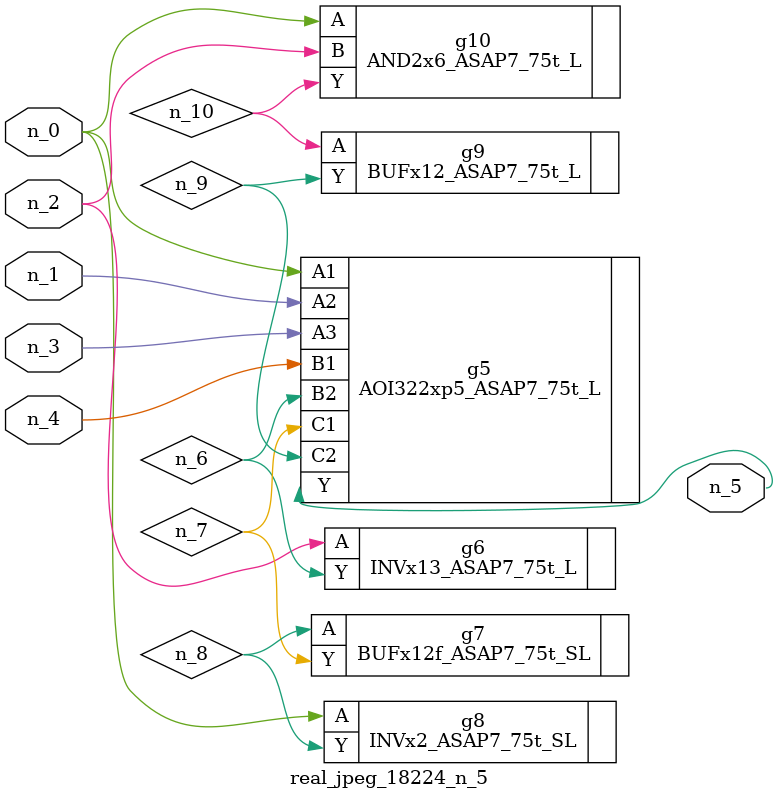
<source format=v>
module real_jpeg_18224_n_5 (n_4, n_0, n_1, n_2, n_3, n_5);

input n_4;
input n_0;
input n_1;
input n_2;
input n_3;

output n_5;

wire n_8;
wire n_6;
wire n_7;
wire n_10;
wire n_9;

AOI322xp5_ASAP7_75t_L g5 ( 
.A1(n_0),
.A2(n_1),
.A3(n_3),
.B1(n_4),
.B2(n_6),
.C1(n_7),
.C2(n_9),
.Y(n_5)
);

INVx2_ASAP7_75t_SL g8 ( 
.A(n_0),
.Y(n_8)
);

AND2x6_ASAP7_75t_L g10 ( 
.A(n_0),
.B(n_2),
.Y(n_10)
);

INVx13_ASAP7_75t_L g6 ( 
.A(n_2),
.Y(n_6)
);

BUFx12f_ASAP7_75t_SL g7 ( 
.A(n_8),
.Y(n_7)
);

BUFx12_ASAP7_75t_L g9 ( 
.A(n_10),
.Y(n_9)
);


endmodule
</source>
